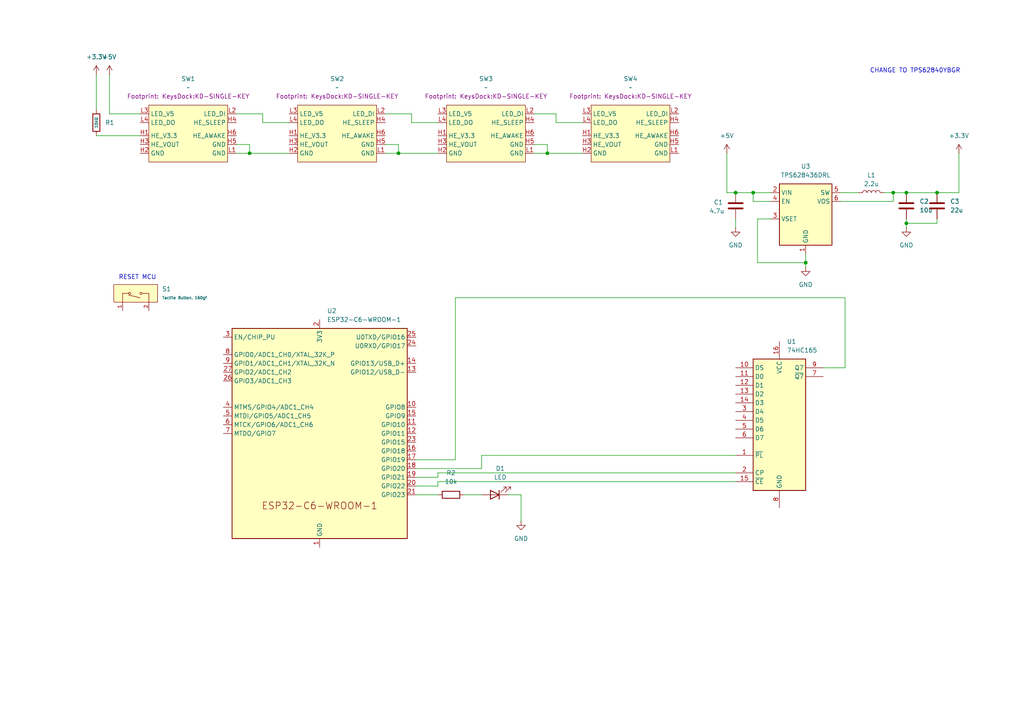
<source format=kicad_sch>
(kicad_sch (version 20250114) (generator "eeschema") (generator_version "9.0")
  (paper "A4")
  (lib_symbols
    (symbol "74xx:74HC165"
      (property "Reference" "U" (at -7.62 19.05 0))
      (property "Value" "74HC165" (at -7.62 -21.59 0))
      (symbol "74HC165_1_0"
        (pin input line (at -12.7 15.24 0) (length 5.08) (name "DS") (number "10"))
        (pin input line (at -12.7 12.7 0) (length 5.08) (name "D0") (number "11"))
        (pin input line (at -12.7 10.16 0) (length 5.08) (name "D1") (number "12"))
        (pin input line (at -12.7 7.62 0) (length 5.08) (name "D2") (number "13"))
        (pin input line (at -12.7 5.08 0) (length 5.08) (name "D3") (number "14"))
        (pin input line (at -12.7 2.54 0) (length 5.08) (name "D4") (number "3"))
        (pin input line (at -12.7 0 0) (length 5.08) (name "D5") (number "4"))
        (pin input line (at -12.7 -2.54 0) (length 5.08) (name "D6") (number "5"))
        (pin input line (at -12.7 -5.08 0) (length 5.08) (name "D7") (number "6"))
        (pin input line (at -12.7 -10.16 0) (length 5.08) (name "~{PL}") (number "1"))
        (pin input line (at -12.7 -15.24 0) (length 5.08) (name "CP") (number "2"))
        (pin input line (at -12.7 -17.78 0) (length 5.08) (name "~{CE}") (number "15"))
        (pin power_in line (at 0 22.86 270) (length 5.08) (name "VCC") (number "16"))
        (pin power_in line (at 0 -25.4 90) (length 5.08) (name "GND") (number "8"))
        (pin output line (at 12.7 15.24 180) (length 5.08) (name "Q7") (number "9"))
        (pin output line (at 12.7 12.7 180) (length 5.08) (name "~{Q7}") (number "7"))
      )
      (symbol "74HC165_1_1"
        (rectangle (start -7.62 17.78) (end 7.62 -20.32) (stroke (width 0.254)) (fill (type background)))
      )
    )
    (symbol "Device:C" (pin_numbers (hide yes)) (pin_names (offset 0.254))
      (property "Reference" "C" (at 0.635 2.54 0))
      (property "Value" "C" (at 0.635 -2.54 0))
      (symbol "C_0_1"
        (polyline (pts (xy -2.032 0.762) (xy 2.032 0.762)) (stroke (width 0.508)))
        (polyline (pts (xy -2.032 -0.762) (xy 2.032 -0.762)) (stroke (width 0.508)))
      )
      (symbol "C_1_1"
        (pin passive line (at 0 3.81 270) (length 2.794) (name "~") (number "1"))
        (pin passive line (at 0 -3.81 90) (length 2.794) (name "~") (number "2"))
      )
    )
    (symbol "Device:L" (pin_numbers (hide yes)) (pin_names (offset 1.016) (hide yes))
      (property "Reference" "L" (at -1.27 0 90))
      (property "Value" "L" (at 1.905 0 90))
      (symbol "L_0_1"
        (arc (start 0 2.54) (mid 0.6323 1.905) (end 0 1.27))
        (arc (start 0 1.27) (mid 0.6323 0.635) (end 0 0))
        (arc (start 0 0) (mid 0.6323 -0.635) (end 0 -1.27))
        (arc (start 0 -1.27) (mid 0.6323 -1.905) (end 0 -2.54))
      )
      (symbol "L_1_1"
        (pin passive line (at 0 3.81 270) (length 1.27) (name "1") (number "1"))
        (pin passive line (at 0 -3.81 90) (length 1.27) (name "2") (number "2"))
      )
    )
    (symbol "Device:LED" (pin_numbers (hide yes)) (pin_names (offset 1.016) (hide yes))
      (property "Reference" "D" (at 0 2.54 0))
      (property "Value" "LED" (at 0 -2.54 0))
      (symbol "LED_0_1"
        (polyline (pts (xy -3.048 -0.762) (xy -4.572 -2.286) (xy -3.81 -2.286) (xy -4.572 -2.286) (xy -4.572 -1.524)))
        (polyline (pts (xy -1.778 -0.762) (xy -3.302 -2.286) (xy -2.54 -2.286) (xy -3.302 -2.286) (xy -3.302 -1.524)))
        (polyline (pts (xy -1.27 0) (xy 1.27 0)))
        (polyline (pts (xy -1.27 -1.27) (xy -1.27 1.27)) (stroke (width 0.254)))
        (polyline (pts (xy 1.27 -1.27) (xy 1.27 1.27) (xy -1.27 0) (xy 1.27 -1.27)) (stroke (width 0.254)))
      )
      (symbol "LED_1_1"
        (pin passive line (at -3.81 0 0) (length 2.54) (name "K") (number "1"))
        (pin passive line (at 3.81 0 180) (length 2.54) (name "A") (number "2"))
      )
    )
    (symbol "Device:R" (pin_numbers (hide yes)) (pin_names (offset 0))
      (property "Reference" "R" (at 2.032 0 90))
      (property "Value" "R" (at 0 0 90))
      (symbol "R_0_1"
        (rectangle (start -1.016 -2.54) (end 1.016 2.54) (stroke (width 0.254)))
      )
      (symbol "R_1_1"
        (pin passive line (at 0 3.81 270) (length 1.27) (name "~") (number "1"))
        (pin passive line (at 0 -3.81 90) (length 1.27) (name "~") (number "2"))
      )
    )
    (symbol "GODBOARD:0402,10kΩ" (pin_numbers (hide yes)) (pin_names (offset 0))
      (property "Reference" "R" (at 1.778 0 0))
      (property "Value" "10kΩ" (at 0 0 90))
      (symbol "0402,10kΩ_0_1"
        (rectangle (start -1.016 2.54) (end 1.016 -2.54) (stroke (width 0.254)))
      )
      (symbol "0402,10kΩ_1_1"
        (pin passive line (at 0 3.81 270) (length 1.27) (name "~") (number "1"))
        (pin passive line (at 0 -3.81 90) (length 1.27) (name "~") (number "2"))
      )
    )
    (symbol "GODBOARD:ESP32-C6-WROOM-1"
      (property "Reference" "U" (at -25.4 35.56 0))
      (property "Value" "ESP32-C6-WROOM-1" (at -25.4 33.02 0))
      (symbol "ESP32-C6-WROOM-1_0_0"
        (text "ESP32-C6-WROOM-1" (at 0 -20.955 0) (effects (font (size 2 2))))
      )
      (symbol "ESP32-C6-WROOM-1_0_1"
        (rectangle (start -25.4 30.48) (end 25.4 -30.48) (stroke (width 0.254)) (fill (type background)))
      )
      (symbol "ESP32-C6-WROOM-1_1_1"
        (pin input line (at -27.94 27.94 0) (length 2.54) (name "EN/CHIP_PU") (number "3"))
        (pin bidirectional line (at -27.94 22.86 0) (length 2.54) (name "GPIO0/ADC1_CH0/XTAL_32K_P") (number "8"))
        (pin bidirectional line (at -27.94 20.32 0) (length 2.54) (name "GPIO1/ADC1_CH1/XTAL_32K_N") (number "9"))
        (pin bidirectional line (at -27.94 17.78 0) (length 2.54) (name "GPIO2/ADC1_CH2") (number "27"))
        (pin bidirectional line (at -27.94 15.24 0) (length 2.54) (name "GPIO3/ADC1_CH3") (number "26"))
        (pin bidirectional line (at -27.94 7.62 0) (length 2.54) (name "MTMS/GPIO4/ADC1_CH4") (number "4"))
        (pin bidirectional line (at -27.94 5.08 0) (length 2.54) (name "MTDI/GPIO5/ADC1_CH5") (number "5"))
        (pin bidirectional line (at -27.94 2.54 0) (length 2.54) (name "MTCK/GPIO6/ADC1_CH6") (number "6"))
        (pin bidirectional line (at -27.94 0 0) (length 2.54) (name "MTDO/GPIO7") (number "7"))
        (pin no_connect line (at -25.4 -12.7 0) (length 2.54) (hide yes) (name "NC") (number "22"))
        (pin power_in line (at 0 33.02 270) (length 2.54) (name "3V3") (number "2"))
        (pin power_in line (at 0 -33.02 90) (length 2.54) (name "GND") (number "1"))
        (pin passive line (at 0 -33.02 90) (length 2.54) (hide yes) (name "GND") (number "28"))
        (pin passive line (at 0 -33.02 90) (length 2.54) (hide yes) (name "GND") (number "29"))
        (pin bidirectional line (at 27.94 27.94 180) (length 2.54) (name "U0TXD/GPIO16") (number "25"))
        (pin bidirectional line (at 27.94 25.4 180) (length 2.54) (name "U0RXD/GPIO17") (number "24"))
        (pin bidirectional line (at 27.94 20.32 180) (length 2.54) (name "GPIO13/USB_D+") (number "14"))
        (pin bidirectional line (at 27.94 17.78 180) (length 2.54) (name "GPIO12/USB_D-") (number "13"))
        (pin bidirectional line (at 27.94 7.62 180) (length 2.54) (name "GPIO8") (number "10"))
        (pin bidirectional line (at 27.94 5.08 180) (length 2.54) (name "GPIO9") (number "15"))
        (pin bidirectional line (at 27.94 2.54 180) (length 2.54) (name "GPIO10") (number "11"))
        (pin bidirectional line (at 27.94 0 180) (length 2.54) (name "GPIO11") (number "12"))
        (pin bidirectional line (at 27.94 -2.54 180) (length 2.54) (name "GPIO15") (number "23"))
        (pin bidirectional line (at 27.94 -5.08 180) (length 2.54) (name "GPIO18") (number "16"))
        (pin bidirectional line (at 27.94 -7.62 180) (length 2.54) (name "GPIO19") (number "17"))
        (pin bidirectional line (at 27.94 -10.16 180) (length 2.54) (name "GPIO20") (number "18"))
        (pin bidirectional line (at 27.94 -12.7 180) (length 2.54) (name "GPIO21") (number "19"))
        (pin bidirectional line (at 27.94 -15.24 180) (length 2.54) (name "GPIO22") (number "20"))
        (pin bidirectional line (at 27.94 -17.78 180) (length 2.54) (name "GPIO23") (number "21"))
      )
    )
    (symbol "GODBOARD:KD_SINGLE_KEY"
      (property "Reference" "SW" (at 0 -9.398 0))
      (property "Footprint" "KeysDock:KD-SINGLE-KEY" (at 0.762 -10.922 0) (show_name))
      (symbol "KD_SINGLE_KEY_1_1"
        (rectangle (start -11.43 8.89) (end 11.43 -7.62) (fill (type background)))
        (pin power_in line (at -13.97 6.35 0) (length 2.54) (name "LED_V5") (number "L3"))
        (pin output line (at -13.97 3.81 0) (length 2.54) (name "LED_DO") (number "L4"))
        (pin power_in line (at -13.97 0 0) (length 2.54) (name "HE_V3.3") (number "H1"))
        (pin output line (at -13.97 -2.54 0) (length 2.54) (name "HE_VOUT") (number "H3"))
        (pin power_in line (at -13.97 -5.08 0) (length 2.54) (name "GND") (number "H2"))
        (pin input line (at 13.97 6.35 180) (length 2.54) (name "LED_DI") (number "L2"))
        (pin input line (at 13.97 3.81 180) (length 2.54) (name "HE_SLEEP") (number "H4"))
        (pin output line (at 13.97 0 180) (length 2.54) (name "HE_AWAKE") (number "H6"))
        (pin power_in line (at 13.97 -2.54 180) (length 2.54) (name "GND") (number "H5"))
        (pin power_in line (at 13.97 -5.08 180) (length 2.54) (name "GND") (number "L1"))
      )
    )
    (symbol "PCM_JLCPCB-Connectors_Buttons:Tactile Button, 160gf, 12V, 50mA, 4.0mm" (pin_names (hide yes))
      (property "Reference" "S" (at 0 1.27 0))
      (property "Value" "Tactile Button, 160gf" (at 0 -8.89 0))
      (symbol "Tactile Button, 160gf, 12V, 50mA, 4.0mm_0_1"
        (polyline (pts (xy -2.54 2.54) (xy 0 2.54)))
        (polyline (pts (xy -2.54 -5.08) (xy 0 -5.08)))
        (polyline (pts (xy -0.508 0.762) (xy -1.27 -2.54)))
        (polyline (pts (xy 0 0.762) (xy 0 2.54)))
        (circle (center 0 0.508) (radius 0.3175) (fill (type background)))
        (circle (center 0 -2.794) (radius 0.3175) (fill (type background)))
        (polyline (pts (xy 0 -3.302) (xy 0 -5.08)))
        (pin unspecified line (at -5.08 2.54 0) (length 2.54) (name "A") (number "1"))
        (pin unspecified line (at -5.08 -5.08 0) (length 2.54) (name "B") (number "2"))
      )
      (symbol "Tactile Button, 160gf, 12V, 50mA, 4.0mm_1_1"
        (rectangle (start -2.54 5.08) (end 2.54 -7.62) (fill (type background)))
      )
    )
    (symbol "Regulator_Switching:TPS628436DRL"
      (property "Reference" "U" (at -7.62 11.43 0))
      (property "Value" "TPS628436DRL" (at -1.27 11.43 0))
      (symbol "TPS628436DRL_0_1"
        (rectangle (start -7.62 10.16) (end 7.62 -7.62) (stroke (width 0.254)) (fill (type background)))
      )
      (symbol "TPS628436DRL_1_1"
        (pin power_in line (at -10.16 7.62 0) (length 2.54) (name "VIN") (number "2"))
        (pin input line (at -10.16 5.08 0) (length 2.54) (name "EN") (number "4"))
        (pin input line (at -10.16 0 0) (length 2.54) (name "VSET") (number "3"))
        (pin power_in line (at 0 -10.16 90) (length 2.54) (name "GND") (number "1"))
        (pin power_out line (at 10.16 7.62 180) (length 2.54) (name "SW") (number "5"))
        (pin input line (at 10.16 5.08 180) (length 2.54) (name "VOS") (number "6"))
      )
    )
    (symbol "power:+3.3V" (power) (pin_numbers (hide yes)) (pin_names (offset 0) (hide yes))
      (property "Value" "+3.3V" (at 0 3.556 0))
      (symbol "+3.3V_0_1"
        (polyline (pts (xy -0.762 1.27) (xy 0 2.54)))
        (polyline (pts (xy 0 2.54) (xy 0.762 1.27)))
        (polyline (pts (xy 0 0) (xy 0 2.54)))
      )
      (symbol "+3.3V_1_1"
        (pin power_in line (at 0 0 90) (length 0) (name "~") (number "1"))
      )
    )
    (symbol "power:+5V" (power) (pin_numbers (hide yes)) (pin_names (offset 0) (hide yes))
      (property "Value" "+5V" (at 0 3.556 0))
      (symbol "+5V_0_1"
        (polyline (pts (xy -0.762 1.27) (xy 0 2.54)))
        (polyline (pts (xy 0 2.54) (xy 0.762 1.27)))
        (polyline (pts (xy 0 0) (xy 0 2.54)))
      )
      (symbol "+5V_1_1"
        (pin power_in line (at 0 0 90) (length 0) (name "~") (number "1"))
      )
    )
    (symbol "power:GND" (power) (pin_numbers (hide yes)) (pin_names (offset 0) (hide yes))
      (property "Value" "GND" (at 0 -3.81 0))
      (symbol "GND_0_1"
        (polyline (pts (xy 0 0) (xy 0 -1.27) (xy 1.27 -1.27) (xy 0 -2.54) (xy -1.27 -1.27) (xy 0 -1.27)))
      )
      (symbol "GND_1_1"
        (pin power_in line (at 0 0 270) (length 0) (name "~") (number "1"))
      )
    )
  )
  (text "RESET MCU\n" (at 39.878 80.518 0) (effects (font (size 1.27 1.27))))
  (text "CHANGE TO TPS62840YBGR" (at 265.43 20.574 0) (effects (font (size 1.27 1.27))))
  (junction (at 233.68 76.2))
  (junction (at 213.36 55.88))
  (junction (at 262.89 55.88))
  (junction (at 72.39 44.45))
  (junction (at 262.89 64.77))
  (junction (at 158.75 44.45))
  (junction (at 271.78 55.88))
  (junction (at 259.08 55.88))
  (junction (at 218.44 55.88))
  (junction (at 115.57 44.45))
  (wire (pts (xy 76.2 33.02) (xy 76.2 35.56)))
  (wire (pts (xy 119.38 35.56) (xy 127 35.56)))
  (wire (pts (xy 233.68 76.2) (xy 233.68 77.47)))
  (wire (pts (xy 72.39 44.45) (xy 68.58 44.45)))
  (wire (pts (xy 127 139.7) (xy 127 140.97)))
  (wire (pts (xy 31.75 33.02) (xy 40.64 33.02)))
  (wire (pts (xy 245.11 106.68) (xy 245.11 86.36)))
  (wire (pts (xy 271.78 63.5) (xy 271.78 64.77)))
  (wire (pts (xy 213.36 139.7) (xy 127 139.7)))
  (wire (pts (xy 127 140.97) (xy 120.65 140.97)))
  (wire (pts (xy 72.39 44.45) (xy 83.82 44.45)))
  (wire (pts (xy 223.52 58.42) (xy 218.44 58.42)))
  (wire (pts (xy 161.29 35.56) (xy 168.91 35.56)))
  (wire (pts (xy 233.68 73.66) (xy 233.68 76.2)))
  (wire (pts (xy 132.08 133.35) (xy 120.65 133.35)))
  (wire (pts (xy 243.84 55.88) (xy 248.92 55.88)))
  (wire (pts (xy 158.75 44.45) (xy 168.91 44.45)))
  (wire (pts (xy 27.94 21.59) (xy 27.94 31.75)))
  (wire (pts (xy 134.62 143.51) (xy 139.7 143.51)))
  (wire (pts (xy 139.7 132.08) (xy 139.7 135.89)))
  (wire (pts (xy 271.78 64.77) (xy 262.89 64.77)))
  (wire (pts (xy 238.76 106.68) (xy 245.11 106.68)))
  (wire (pts (xy 278.13 44.45) (xy 278.13 55.88)))
  (wire (pts (xy 213.36 132.08) (xy 139.7 132.08)))
  (wire (pts (xy 243.84 58.42) (xy 259.08 58.42)))
  (wire (pts (xy 213.36 63.5) (xy 213.36 66.04)))
  (wire (pts (xy 213.36 55.88) (xy 218.44 55.88)))
  (wire (pts (xy 31.75 21.59) (xy 31.75 33.02)))
  (wire (pts (xy 132.08 86.36) (xy 132.08 133.35)))
  (wire (pts (xy 27.94 39.37) (xy 40.64 39.37)))
  (wire (pts (xy 210.82 55.88) (xy 213.36 55.88)))
  (wire (pts (xy 120.65 143.51) (xy 127 143.51)))
  (wire (pts (xy 127 138.43) (xy 120.65 138.43)))
  (wire (pts (xy 219.71 63.5) (xy 219.71 76.2)))
  (wire (pts (xy 259.08 58.42) (xy 259.08 55.88)))
  (wire (pts (xy 76.2 35.56) (xy 83.82 35.56)))
  (wire (pts (xy 223.52 63.5) (xy 219.71 63.5)))
  (wire (pts (xy 151.13 143.51) (xy 151.13 151.13)))
  (wire (pts (xy 218.44 58.42) (xy 218.44 55.88)))
  (wire (pts (xy 68.58 33.02) (xy 76.2 33.02)))
  (wire (pts (xy 68.58 41.91) (xy 72.39 41.91)))
  (wire (pts (xy 127 137.16) (xy 127 138.43)))
  (wire (pts (xy 245.11 86.36) (xy 132.08 86.36)))
  (wire (pts (xy 262.89 64.77) (xy 262.89 66.04)))
  (wire (pts (xy 213.36 137.16) (xy 127 137.16)))
  (wire (pts (xy 111.76 41.91) (xy 115.57 41.91)))
  (wire (pts (xy 262.89 63.5) (xy 262.89 64.77)))
  (wire (pts (xy 115.57 44.45) (xy 127 44.45)))
  (wire (pts (xy 154.94 44.45) (xy 158.75 44.45)))
  (wire (pts (xy 119.38 33.02) (xy 119.38 35.56)))
  (wire (pts (xy 278.13 55.88) (xy 271.78 55.88)))
  (wire (pts (xy 139.7 135.89) (xy 120.65 135.89)))
  (wire (pts (xy 111.76 33.02) (xy 119.38 33.02)))
  (wire (pts (xy 72.39 41.91) (xy 72.39 44.45)))
  (wire (pts (xy 147.32 143.51) (xy 151.13 143.51)))
  (wire (pts (xy 161.29 33.02) (xy 161.29 35.56)))
  (wire (pts (xy 259.08 55.88) (xy 262.89 55.88)))
  (wire (pts (xy 271.78 55.88) (xy 262.89 55.88)))
  (wire (pts (xy 219.71 76.2) (xy 233.68 76.2)))
  (wire (pts (xy 154.94 41.91) (xy 158.75 41.91)))
  (wire (pts (xy 210.82 44.45) (xy 210.82 55.88)))
  (wire (pts (xy 154.94 33.02) (xy 161.29 33.02)))
  (wire (pts (xy 115.57 41.91) (xy 115.57 44.45)))
  (wire (pts (xy 218.44 55.88) (xy 223.52 55.88)))
  (wire (pts (xy 111.76 44.45) (xy 115.57 44.45)))
  (wire (pts (xy 158.75 41.91) (xy 158.75 44.45)))
  (wire (pts (xy 256.54 55.88) (xy 259.08 55.88)))
  (symbol (lib_id "Device:C") (at 262.89 59.69 0) (unit 1)
    (property "Reference" "C2" (at 266.7 58.4199 0) (effects (justify left)))
    (property "Value" "10u" (at 266.7 60.9599 0) (effects (justify left)))
    (property "Description" "Unpolarized capacitor" (effects (hide yes)))
  )
  (symbol (lib_id "power:GND") (at 151.13 151.13 0) (unit 1)
    (property "Reference" "#PWR08" (effects (hide yes)))
    (property "Value" "GND" (at 151.13 156.21 0))
    (property "Description" "Power symbol creates a global label with name \"GND\" , ground" (effects (hide yes)))
  )
  (symbol (lib_id "GODBOARD:KD_SINGLE_KEY") (at 54.61 39.37 0) (unit 1)
    (property "Reference" "SW1" (at 54.61 22.86 0))
    (property "Value" "~" (at 54.61 25.4 0))
    (property "Footprint" "KeysDock:KD-SINGLE-KEY" (at 54.61 27.94 0) (show_name yes))
  )
  (symbol (lib_id "GODBOARD:KD_SINGLE_KEY") (at 97.79 39.37 0) (unit 1)
    (property "Reference" "SW2" (at 97.79 22.86 0))
    (property "Value" "~" (at 97.79 25.4 0))
    (property "Footprint" "KeysDock:KD-SINGLE-KEY" (at 97.79 27.94 0) (show_name yes))
  )
  (symbol (lib_id "GODBOARD:ESP32-C6-WROOM-1") (at 92.71 125.73 0) (unit 1)
    (property "Reference" "U2" (at 94.8533 90.17 0) (effects (justify left)))
    (property "Value" "ESP32-C6-WROOM-1" (at 94.8533 92.71 0) (effects (justify left)))
    (property "Footprint" "PCM_Espressif:ESP32-C6-WROOM-1" (effects (hide yes)))
    (property "Datasheet" "https://www.espressif.com/sites/default/files/documentation/esp32-c6-wroom-1_wroom-1u_datasheet_en.pdf" (effects (hide yes)))
    (property "Description" "ESP32-C6-WROOM-1/U is a module that supports 2.4 GHz Wi-Fi 6 (802.11 ax), Bluetooth® 5 (LE), Zigbee and Thread (802.15.4)" (effects (hide yes)))
  )
  (symbol (lib_id "Device:C") (at 213.36 59.69 0) (unit 1)
    (property "Reference" "C1" (at 207.01 58.674 0) (effects (justify left)))
    (property "Value" "4.7u" (at 205.74 61.214 0) (effects (justify left)))
    (property "Description" "Unpolarized capacitor" (effects (hide yes)))
  )
  (symbol (lib_id "PCM_JLCPCB-Connectors_Buttons:Tactile Button, 160gf, 12V, 50mA, 4.0mm") (at 38.1 85.09 90) (unit 1)
    (property "Reference" "S1" (at 46.99 83.8199 90) (effects (justify right)))
    (property "Value" "Tactile Button, 160gf" (at 46.99 86.36 90) (effects (font (size 0.8 0.8)) (justify right)))
    (property "Footprint" "PCM_JLCPCB:SW_TS-1088-AR02016" (effects (hide yes)))
    (property "Datasheet" "https://www.lcsc.com/datasheet/lcsc_datasheet_2304140030_XUNPU-TS-1088-AR02016_C720477.pdf" (effects (hide yes)))
    (property "Description" "nan" (effects (hide yes)))
    (property "LCSC" "C720477" (effects (hide yes)))
    (property "Stock" "276439" (effects (hide yes)))
    (property "Price" "0.044USD" (effects (hide yes)))
    (property "Process" "SMT" (effects (hide yes)))
    (property "Minimum Qty" "5" (effects (hide yes)))
    (property "Attrition Qty" "4" (effects (hide yes)))
    (property "Class" "Basic Component" (effects (hide yes)))
    (property "Category" "Switches,Tactile Switches" (effects (hide yes)))
    (property "Manufacturer" "XUNPU" (effects (hide yes)))
    (property "Part" "TS-1088-AR02016" (effects (hide yes)))
    (property "Switch Length" "4mm" (effects (hide yes)))
    (property "Voltage Rating (Dc)" "12V" (effects (hide yes)))
    (property "With Lamp" "No" (effects (hide yes)))
    (property "Operating Force" "160gf@±50gf" (effects (hide yes)))
    (property "Actuator/Cap Color" "Black" (effects (hide yes)))
    (property "Mechanical Life" "100000 Times" (effects (hide yes)))
    (property "Strike Gundam" "NO" (effects (hide yes)))
    (property "Circuit" "SPST" (effects (hide yes)))
    (property "Switch Height" "2mm" (effects (hide yes)))
    (property "Actuator Style" "Round Button" (effects (hide yes)))
    (property "Switch Width" "3mm" (effects (hide yes)))
    (property "Contact Current" "50mA" (effects (hide yes)))
    (property "Operating Temperature" "-30°C~+80°C" (effects (hide yes)))
    (property "Mounting Style" "Brick nogging" (effects (hide yes)))
    (property "Insulation Resistance" "100MΩ" (effects (hide yes)))
    (property "Pin Style" "SMDSplicing" (effects (hide yes)))
  )
  (symbol (lib_id "power:GND") (at 213.36 66.04 0) (unit 1)
    (property "Reference" "#PWR04" (effects (hide yes)))
    (property "Value" "GND" (at 213.36 71.12 0))
    (property "Description" "Power symbol creates a global label with name \"GND\" , ground" (effects (hide yes)))
  )
  (symbol (lib_id "Device:C") (at 271.78 59.69 0) (unit 1)
    (property "Reference" "C3" (at 275.59 58.4199 0) (effects (justify left)))
    (property "Value" "22u" (at 275.59 60.9599 0) (effects (justify left)))
    (property "Description" "Unpolarized capacitor" (effects (hide yes)))
  )
  (symbol (lib_id "power:GND") (at 262.89 66.04 0) (unit 1)
    (property "Reference" "#PWR06" (effects (hide yes)))
    (property "Value" "GND" (at 262.89 71.12 0))
    (property "Description" "Power symbol creates a global label with name \"GND\" , ground" (effects (hide yes)))
  )
  (symbol (lib_id "power:+3.3V") (at 278.13 44.45 0) (unit 1)
    (property "Reference" "#PWR05" (effects (hide yes)))
    (property "Value" "+3.3V" (at 278.13 39.37 0))
    (property "Description" "Power symbol creates a global label with name \"+3.3V\"" (effects (hide yes)))
  )
  (symbol (lib_id "GODBOARD:KD_SINGLE_KEY") (at 140.97 39.37 0) (unit 1)
    (property "Reference" "SW3" (at 140.97 22.86 0))
    (property "Value" "~" (at 140.97 25.4 0))
    (property "Footprint" "KeysDock:KD-SINGLE-KEY" (at 140.97 27.94 0) (show_name yes))
  )
  (symbol (lib_id "74xx:74HC165") (at 226.06 121.92 0) (unit 1)
    (property "Reference" "U1" (at 228.2033 99.06 0) (effects (justify left)))
    (property "Value" "74HC165" (at 228.2033 101.6 0) (effects (justify left)))
    (property "Datasheet" "https://assets.nexperia.com/documents/data-sheet/74HC_HCT165.pdf" (effects (hide yes)))
    (property "Description" "Shift Register, 8-bit, Parallel Load" (effects (hide yes)))
  )
  (symbol (lib_id "Device:L") (at 252.73 55.88 90) (unit 1)
    (property "Reference" "L1" (at 252.73 50.8 90))
    (property "Value" "2.2u" (at 252.73 53.34 90))
    (property "Description" "Inductor" (effects (hide yes)))
  )
  (symbol (lib_id "Regulator_Switching:TPS628436DRL") (at 233.68 63.5 0) (unit 1)
    (property "Reference" "U3" (at 233.68 48.26 0))
    (property "Value" "TPS628436DRL" (at 233.68 50.8 0))
    (property "Footprint" "Package_TO_SOT_SMD:SOT-563" (effects (hide yes)))
    (property "Datasheet" "https://www.ti.com/lit/ds/symlink/tps62843.pdf" (effects (hide yes)))
    (property "Description" "600mA Step-Down Converter with DCS-Control, ultra-low Iq, 1.8-5.5 Vin, 0.4-0.8 Vout, SOT-563" (effects (hide yes)))
  )
  (symbol (lib_id "GODBOARD:0402,10kΩ") (at 27.94 35.56 0) (unit 1)
    (property "Reference" "R1" (at 30.48 35.5599 0) (effects (justify left)))
    (property "Value" "10kΩ" (at 27.94 35.56 90) (effects (font (size 0.8 0.8))))
    (property "Footprint" "KeysDock:R_0402" (effects (hide yes)))
    (property "Datasheet" "https://www.lcsc.com/datasheet/lcsc_datasheet_2411221126_UNI-ROYAL-Uniroyal-Elec-0402WGF1002TCE_C25744.pdf" (effects (hide yes)))
    (property "Description" "62.5mW Thick Film Resistors 50V ±100ppm/°C ±1% 10kΩ 0402 Chip Resistor - Surface Mount ROHS" (effects (hide yes)))
    (property "LCSC" "C25744" (effects (hide yes)))
    (property "Stock" "24372091" (effects (hide yes)))
    (property "Price" "0.004USD" (effects (hide yes)))
    (property "Process" "SMT" (effects (hide yes)))
    (property "Minimum Qty" "20" (effects (hide yes)))
    (property "Attrition Qty" "10" (effects (hide yes)))
    (property "Class" "Basic Component" (effects (hide yes)))
    (property "Category" "Resistors,Chip Resistor - Surface Mount" (effects (hide yes)))
    (property "Manufacturer" "UNI-ROYAL(Uniroyal Elec)" (effects (hide yes)))
    (property "Part" "0402WGF1002TCE" (effects (hide yes)))
    (property "Resistance" "10kΩ" (effects (hide yes)))
    (property "Power(Watts)" "62.5mW" (effects (hide yes)))
    (property "Type" "Thick Film Resistors" (effects (hide yes)))
    (property "Overload Voltage (Max)" "50V" (effects (hide yes)))
    (property "Operating Temperature Range" "-55°C~+155°C" (effects (hide yes)))
    (property "Tolerance" "±1%" (effects (hide yes)))
    (property "Temperature Coefficient" "±100ppm/°C" (effects (hide yes)))
  )
  (symbol (lib_id "GODBOARD:KD_SINGLE_KEY") (at 182.88 39.37 0) (unit 1)
    (property "Reference" "SW4" (at 182.88 22.86 0))
    (property "Value" "~" (at 182.88 25.4 0))
    (property "Footprint" "KeysDock:KD-SINGLE-KEY" (at 182.88 27.94 0) (show_name yes))
  )
  (symbol (lib_id "power:+5V") (at 31.75 21.59 0) (unit 1)
    (property "Reference" "#PWR01" (effects (hide yes)))
    (property "Value" "+5V" (at 31.75 16.51 0))
    (property "Description" "Power symbol creates a global label with name \"+5V\"" (effects (hide yes)))
  )
  (symbol (lib_id "Device:LED") (at 143.51 143.51 180) (unit 1)
    (property "Reference" "D1" (at 145.0975 135.89 0))
    (property "Value" "LED" (at 145.0975 138.43 0))
    (property "Description" "Light emitting diode" (effects (hide yes)))
    (property "Sim.Pins" "1=K 2=A" (effects (hide yes)))
  )
  (symbol (lib_id "power:GND") (at 233.68 77.47 0) (unit 1)
    (property "Reference" "#PWR07" (effects (hide yes)))
    (property "Value" "GND" (at 233.68 82.55 0))
    (property "Description" "Power symbol creates a global label with name \"GND\" , ground" (effects (hide yes)))
  )
  (symbol (lib_id "power:+5V") (at 210.82 44.45 0) (unit 1)
    (property "Reference" "#PWR03" (effects (hide yes)))
    (property "Value" "+5V" (at 210.82 39.37 0))
    (property "Description" "Power symbol creates a global label with name \"+5V\"" (effects (hide yes)))
  )
  (symbol (lib_id "power:+3.3V") (at 27.94 21.59 0) (unit 1)
    (property "Reference" "#PWR02" (effects (hide yes)))
    (property "Value" "+3.3V" (at 27.94 16.51 0))
    (property "Description" "Power symbol creates a global label with name \"+3.3V\"" (effects (hide yes)))
  )
  (symbol (lib_id "Device:R") (at 130.81 143.51 90) (unit 1)
    (property "Reference" "R2" (at 130.81 137.16 90))
    (property "Value" "10k" (at 130.81 139.7 90))
    (property "Description" "Resistor" (effects (hide yes)))
  )
)
</source>
